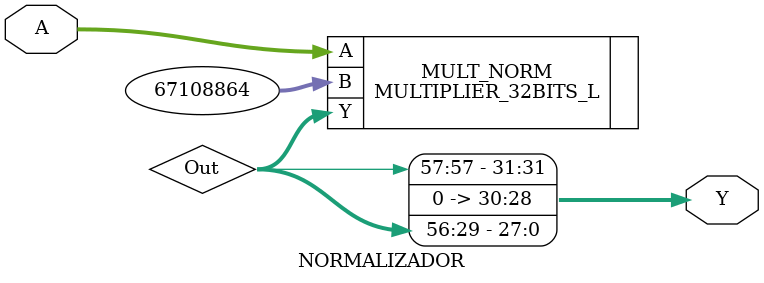
<source format=v>
`timescale 1ns / 1ps


module NORMALIZADOR(
    input wire [31:0] A, //entrada al normalizador 
    output wire [31:0] Y //salida de la normalizacion en coma fija, coma entre el bit 30 y 29
    );

//wire [61:0] Out;      
wire [63:0] Out;      
    
    MULTIPLIER_32BITS_L MULT_NORM(
        .A(A),
        //.B(32'b00000001110010011110000110110000),
        //.B(32'b00000000110011000111000100001100),//0.199641     1/valor maximo constante de adrian
        //.B(32'b00000010111000111111111011111011),//0.72265236     constante de JJ
        .B(32'b00000100000000000000000000000000), // 1   valor prueba sin normalizacion
        .Y(Out)
        );

//assign Y = Out[54:22]; //constante de adrian   
//assign Y = Out[57:26];   //constante  de jj
assign Y = {Out[57],{3{1'b0}},Out[56:52],Out[51:29]};   //constante  de jj y ajuste para estimador a formato 1:8:23


endmodule

</source>
